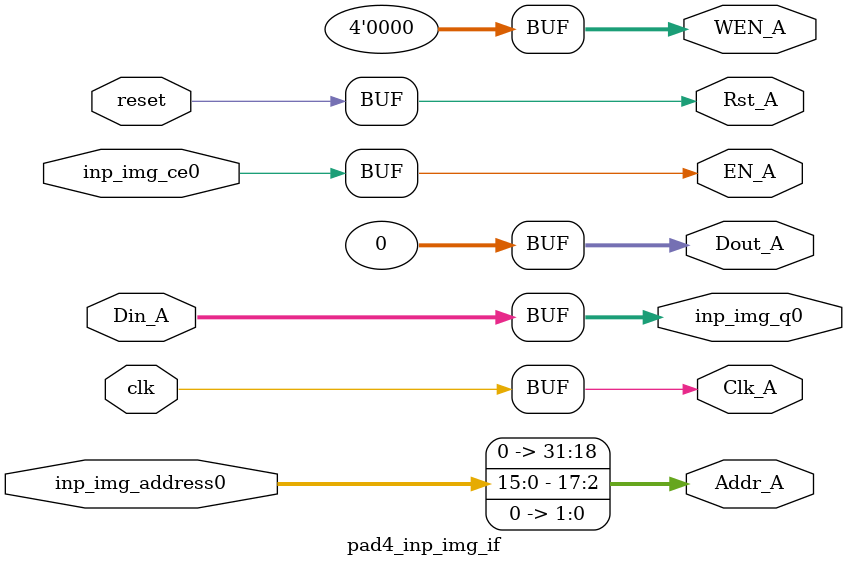
<source format=v>

`timescale 1ns/1ps

module pad4_inp_img_if (
    // system singals
    input  wire        clk,
    input  wire        reset,
    // user signals
    input  wire [15:0] inp_img_address0,
    input  wire        inp_img_ce0,
    output wire [31:0] inp_img_q0,
    // bus signals
    output wire        Clk_A,
    output wire        Rst_A,
    output wire        EN_A,
    output wire [3:0]  WEN_A,
    output wire [31:0] Addr_A,
    output wire [31:0] Dout_A,
    input  wire [31:0] Din_A
);
//------------------------Body---------------------------
assign Clk_A      = clk;
assign Rst_A      = reset;
assign EN_A       = inp_img_ce0;
assign Addr_A     = {inp_img_address0, 2'b0};
assign WEN_A      = 4'b0;
assign Dout_A     = 32'b0;
assign inp_img_q0 = Din_A[31:0];

endmodule

</source>
